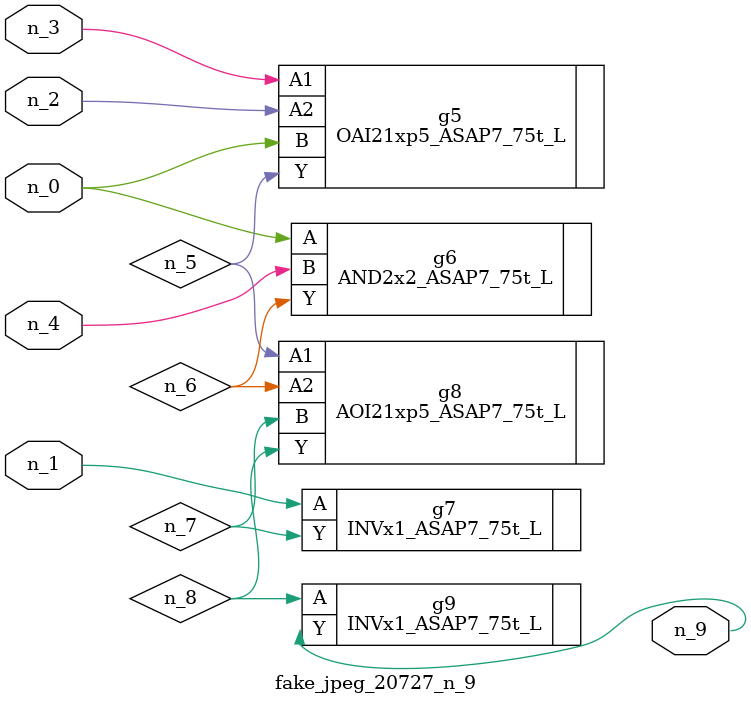
<source format=v>
module fake_jpeg_20727_n_9 (n_3, n_2, n_1, n_0, n_4, n_9);

input n_3;
input n_2;
input n_1;
input n_0;
input n_4;

output n_9;

wire n_8;
wire n_6;
wire n_5;
wire n_7;

OAI21xp5_ASAP7_75t_L g5 ( 
.A1(n_3),
.A2(n_2),
.B(n_0),
.Y(n_5)
);

AND2x2_ASAP7_75t_L g6 ( 
.A(n_0),
.B(n_4),
.Y(n_6)
);

INVx1_ASAP7_75t_L g7 ( 
.A(n_1),
.Y(n_7)
);

AOI21xp5_ASAP7_75t_L g8 ( 
.A1(n_5),
.A2(n_6),
.B(n_7),
.Y(n_8)
);

INVx1_ASAP7_75t_L g9 ( 
.A(n_8),
.Y(n_9)
);


endmodule
</source>
